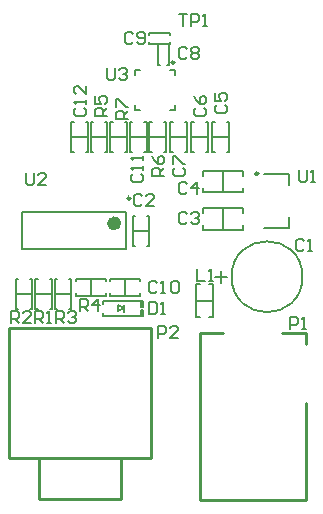
<source format=gto>
G04*
G04 #@! TF.GenerationSoftware,Altium Limited,Altium Designer,23.10.1 (27)*
G04*
G04 Layer_Color=65535*
%FSLAX25Y25*%
%MOIN*%
G70*
G04*
G04 #@! TF.SameCoordinates,6BE5E326-444D-4DDB-8984-30915AB2A72B*
G04*
G04*
G04 #@! TF.FilePolarity,Positive*
G04*
G01*
G75*
%ADD10C,0.02362*%
%ADD11C,0.00984*%
%ADD12C,0.00787*%
%ADD13C,0.00591*%
%ADD14C,0.01000*%
%ADD15C,0.00800*%
%ADD16R,0.00701X0.02000*%
%ADD17R,0.00787X0.01862*%
D10*
X39677Y73126D02*
G03*
X39677Y73126I-1181J0D01*
G01*
D11*
X43949Y81492D02*
G03*
X43949Y81492I-492J0D01*
G01*
X58595Y126752D02*
G03*
X58595Y126752I-492J0D01*
G01*
X86529Y89713D02*
G03*
X86529Y89713I-492J0D01*
G01*
D12*
X101293Y55331D02*
G03*
X101293Y55331I-11811J0D01*
G01*
X7787Y64465D02*
Y77063D01*
X42433Y64465D02*
Y77063D01*
X7787Y64465D02*
X42433D01*
X7787Y77063D02*
X42433D01*
X41898Y43583D02*
Y45945D01*
X39929Y43780D02*
Y44370D01*
Y43780D02*
X41898Y44764D01*
X39929Y45748D02*
X41898Y44764D01*
X39929Y44370D02*
Y45748D01*
X57020Y124193D02*
X58693D01*
Y122520D02*
Y124193D01*
Y110807D02*
Y112480D01*
X57020Y110807D02*
X58693D01*
X45307D02*
X46980D01*
X45307D02*
Y112480D01*
Y124193D02*
X46980D01*
X45307Y122520D02*
Y124193D01*
X96973Y71406D02*
Y75146D01*
X88596Y71406D02*
X96973D01*
Y85776D02*
Y89516D01*
X88596D02*
X96973D01*
X72226Y55331D02*
X76226D01*
X74226Y53331D02*
Y57331D01*
D13*
X5748Y49571D02*
X11260D01*
X5748Y44571D02*
X6504D01*
X5748D02*
Y54571D01*
X6504D01*
X10504D02*
X11260D01*
Y44571D02*
Y54571D01*
X10504Y44571D02*
X11260D01*
X17004D02*
X17760D01*
Y54571D01*
X17004D02*
X17760D01*
X12248D02*
X13004D01*
X12248Y44571D02*
Y54571D01*
Y44571D02*
X13004D01*
X12248Y49571D02*
X17760D01*
X18748Y54571D02*
X19504D01*
X18748Y44571D02*
Y54571D01*
Y44571D02*
X19504D01*
X23504D02*
X24260D01*
Y54571D01*
X23504D02*
X24260D01*
X18748Y49571D02*
X24260D01*
X30669Y49008D02*
Y54520D01*
X25669Y53764D02*
Y54520D01*
X35669D01*
Y53764D02*
Y54520D01*
Y49008D02*
Y49764D01*
X25669Y49008D02*
X35669D01*
X25669D02*
Y49764D01*
X37110Y49008D02*
Y49764D01*
Y49008D02*
X47110D01*
Y49764D01*
Y53764D02*
Y54520D01*
X37110D02*
X47110D01*
X37110Y53764D02*
Y54520D01*
X42110Y49008D02*
Y54520D01*
X34811Y46264D02*
Y47264D01*
X47610D01*
X47409Y45264D02*
Y47264D01*
Y45264D02*
X48110D01*
Y47264D01*
X47409D02*
X48110D01*
X47409Y42264D02*
X48110D01*
Y44264D01*
X47409D02*
X48110D01*
X47409Y42264D02*
Y44264D01*
X34811Y42264D02*
X47610D01*
X34811D02*
Y43264D01*
X50091Y132928D02*
Y133519D01*
Y132928D02*
X56980D01*
Y133519D01*
Y135881D02*
Y136472D01*
X50091D02*
X56980D01*
X50091Y135881D02*
Y136472D01*
X53189Y132905D02*
X53780D01*
X53189Y126016D02*
Y132905D01*
Y126016D02*
X53780D01*
X56142D02*
X56732D01*
Y132905D01*
X56142D02*
X56732D01*
X24244Y107000D02*
X25000D01*
X24244Y97000D02*
Y107000D01*
Y97000D02*
X25000D01*
X29000D02*
X29756D01*
Y107000D01*
X29000D02*
X29756D01*
X24244Y102000D02*
X29756D01*
X30744D02*
X36256D01*
X30744Y97000D02*
X31500D01*
X30744D02*
Y107000D01*
X31500D01*
X35500D02*
X36256D01*
Y97000D02*
Y107000D01*
X35500Y97000D02*
X36256D01*
X37244Y102000D02*
X42756D01*
X37244Y97000D02*
X38000D01*
X37244D02*
Y107000D01*
X38000D01*
X42000D02*
X42756D01*
Y97000D02*
Y107000D01*
X42000Y97000D02*
X42756D01*
X43831Y107000D02*
X44587D01*
X43831Y97000D02*
Y107000D01*
Y97000D02*
X44587D01*
X48587D02*
X49343D01*
Y107000D01*
X48587D02*
X49343D01*
X43831Y102000D02*
X49343D01*
X50228Y107000D02*
X50984D01*
X50228Y97000D02*
Y107000D01*
Y97000D02*
X50984D01*
X54984D02*
X55740D01*
Y107000D01*
X54984D02*
X55740D01*
X50228Y102000D02*
X55740D01*
X57244Y107000D02*
X58000D01*
X57244Y97000D02*
Y107000D01*
Y97000D02*
X58000D01*
X62000D02*
X62756D01*
Y107000D01*
X62000D02*
X62756D01*
X57244Y102000D02*
X62756D01*
X64244Y107000D02*
X65000D01*
X64244Y97000D02*
Y107000D01*
Y97000D02*
X65000D01*
X69000D02*
X69756D01*
Y107000D01*
X69000D02*
X69756D01*
X64244Y102000D02*
X69756D01*
X71244Y107000D02*
X72000D01*
X71244Y97000D02*
Y107000D01*
Y97000D02*
X72000D01*
X76000D02*
X76756D01*
Y107000D01*
X76000D02*
X76756D01*
X71244Y102000D02*
X76756D01*
X74715Y83417D02*
Y90504D01*
X81407Y88929D02*
Y90504D01*
X68022D02*
X81407D01*
X68022Y88929D02*
Y90504D01*
Y83417D02*
Y84992D01*
Y83417D02*
X81407D01*
Y84992D01*
X74715Y71012D02*
Y78098D01*
X81407Y76524D02*
Y78098D01*
X68022D02*
X81407D01*
X68022Y76524D02*
Y78098D01*
Y71012D02*
Y72587D01*
Y71012D02*
X81407D01*
Y72587D01*
X70136Y41819D02*
X71317D01*
Y52842D01*
X70136D02*
X71317D01*
X65805D02*
X66986D01*
X65805Y41819D02*
Y52842D01*
Y41819D02*
X66986D01*
X65805Y47331D02*
X71317D01*
X49504Y65571D02*
X50260D01*
Y75571D01*
X49504D02*
X50260D01*
X44748D02*
X45504D01*
X44748Y65571D02*
Y75571D01*
Y65571D02*
X45504D01*
X44748Y70571D02*
X50260D01*
D14*
X13386Y-18748D02*
Y-4968D01*
Y-18748D02*
X40945D01*
Y-4968D01*
X50787D01*
X3543D02*
X50787D01*
X3543D02*
Y38339D01*
X50787D01*
Y-4968D02*
Y38339D01*
X94602Y36720D02*
X102476D01*
Y32783D02*
Y36720D01*
Y-11311D02*
Y13098D01*
X67043Y36720D02*
X74917D01*
X67043Y-11311D02*
Y36720D01*
X84760Y-19185D02*
X102476D01*
Y-11311D01*
X67043Y-19185D02*
Y-11311D01*
Y-19185D02*
X84760D01*
D15*
X25668Y111666D02*
X25001Y110999D01*
Y109667D01*
X25668Y109000D01*
X28334D01*
X29000Y109667D01*
Y110999D01*
X28334Y111666D01*
X29000Y112999D02*
Y114332D01*
Y113665D01*
X25001D01*
X25668Y112999D01*
X29000Y118997D02*
Y116331D01*
X26334Y118997D01*
X25668D01*
X25001Y118330D01*
Y116997D01*
X25668Y116331D01*
X72668Y112666D02*
X72001Y111999D01*
Y110667D01*
X72668Y110000D01*
X75334D01*
X76000Y110667D01*
Y111999D01*
X75334Y112666D01*
X72001Y116665D02*
Y113999D01*
X74001D01*
X73334Y115332D01*
Y115998D01*
X74001Y116665D01*
X75334D01*
X76000Y115998D01*
Y114665D01*
X75334Y113999D01*
X36000Y124999D02*
Y121667D01*
X36666Y121000D01*
X37999D01*
X38666Y121667D01*
Y124999D01*
X39999Y124332D02*
X40665Y124999D01*
X41998D01*
X42665Y124332D01*
Y123666D01*
X41998Y122999D01*
X41332D01*
X41998D01*
X42665Y122333D01*
Y121667D01*
X41998Y121000D01*
X40665D01*
X39999Y121667D01*
X60000Y142999D02*
X62666D01*
X61333D01*
Y139000D01*
X63999D02*
Y142999D01*
X65998D01*
X66664Y142332D01*
Y140999D01*
X65998Y140333D01*
X63999D01*
X67997Y139000D02*
X69330D01*
X68664D01*
Y142999D01*
X67997Y142332D01*
X53000Y35000D02*
Y38999D01*
X54999D01*
X55666Y38332D01*
Y36999D01*
X54999Y36333D01*
X53000D01*
X59664Y35000D02*
X56999D01*
X59664Y37666D01*
Y38332D01*
X58998Y38999D01*
X57665D01*
X56999Y38332D01*
X44666Y136332D02*
X43999Y136999D01*
X42666D01*
X42000Y136332D01*
Y133667D01*
X42666Y133000D01*
X43999D01*
X44666Y133667D01*
X45999D02*
X46665Y133000D01*
X47998D01*
X48665Y133667D01*
Y136332D01*
X47998Y136999D01*
X46665D01*
X45999Y136332D01*
Y135666D01*
X46665Y134999D01*
X48665D01*
X62666Y131332D02*
X61999Y131999D01*
X60666D01*
X60000Y131332D01*
Y128666D01*
X60666Y128000D01*
X61999D01*
X62666Y128666D01*
X63999Y131332D02*
X64665Y131999D01*
X65998D01*
X66664Y131332D01*
Y130666D01*
X65998Y129999D01*
X66664Y129333D01*
Y128666D01*
X65998Y128000D01*
X64665D01*
X63999Y128666D01*
Y129333D01*
X64665Y129999D01*
X63999Y130666D01*
Y131332D01*
X64665Y129999D02*
X65998D01*
X9000Y89999D02*
Y86666D01*
X9667Y86000D01*
X10999D01*
X11666Y86666D01*
Y89999D01*
X15664Y86000D02*
X12999D01*
X15664Y88666D01*
Y89332D01*
X14998Y89999D01*
X13665D01*
X12999Y89332D01*
X100000Y90999D02*
Y87666D01*
X100666Y87000D01*
X101999D01*
X102666Y87666D01*
Y90999D01*
X103999Y87000D02*
X105332D01*
X104665D01*
Y90999D01*
X103999Y90332D01*
X19000Y40000D02*
Y43999D01*
X20999D01*
X21666Y43332D01*
Y41999D01*
X20999Y41333D01*
X19000D01*
X20333D02*
X21666Y40000D01*
X22999Y43332D02*
X23665Y43999D01*
X24998D01*
X25664Y43332D01*
Y42666D01*
X24998Y41999D01*
X24332D01*
X24998D01*
X25664Y41333D01*
Y40666D01*
X24998Y40000D01*
X23665D01*
X22999Y40666D01*
X4000Y40000D02*
Y43999D01*
X5999D01*
X6666Y43332D01*
Y41999D01*
X5999Y41333D01*
X4000D01*
X5333D02*
X6666Y40000D01*
X10665D02*
X7999D01*
X10665Y42666D01*
Y43332D01*
X9998Y43999D01*
X8665D01*
X7999Y43332D01*
X12000Y40000D02*
Y43999D01*
X13999D01*
X14666Y43332D01*
Y41999D01*
X13999Y41333D01*
X12000D01*
X13333D02*
X14666Y40000D01*
X15999D02*
X17332D01*
X16665D01*
Y43999D01*
X15999Y43332D01*
X27000Y44000D02*
Y47999D01*
X28999D01*
X29666Y47332D01*
Y45999D01*
X28999Y45333D01*
X27000D01*
X28333D02*
X29666Y44000D01*
X32998D02*
Y47999D01*
X30999Y45999D01*
X33665D01*
X43000Y108000D02*
X39001D01*
Y109999D01*
X39668Y110666D01*
X41001D01*
X41667Y109999D01*
Y108000D01*
Y109333D02*
X43000Y110666D01*
X39001Y111999D02*
Y114664D01*
X39668D01*
X42334Y111999D01*
X43000D01*
X55000Y89000D02*
X51001D01*
Y90999D01*
X51668Y91666D01*
X53001D01*
X53667Y90999D01*
Y89000D01*
Y90333D02*
X55000Y91666D01*
X51001Y95665D02*
X51668Y94332D01*
X53001Y92999D01*
X54334D01*
X55000Y93665D01*
Y94998D01*
X54334Y95665D01*
X53667D01*
X53001Y94998D01*
Y92999D01*
X36000Y109000D02*
X32001D01*
Y110999D01*
X32668Y111666D01*
X34001D01*
X34667Y110999D01*
Y109000D01*
Y110333D02*
X36000Y111666D01*
X32001Y115665D02*
Y112999D01*
X34001D01*
X33334Y114332D01*
Y114998D01*
X34001Y115665D01*
X35334D01*
X36000Y114998D01*
Y113665D01*
X35334Y112999D01*
X97000Y38000D02*
Y41999D01*
X98999D01*
X99666Y41332D01*
Y39999D01*
X98999Y39333D01*
X97000D01*
X100999Y38000D02*
X102332D01*
X101665D01*
Y41999D01*
X100999Y41332D01*
X66000Y57999D02*
Y54000D01*
X68666D01*
X69999D02*
X71332D01*
X70665D01*
Y57999D01*
X69999Y57332D01*
X50000Y46999D02*
Y43000D01*
X51999D01*
X52666Y43666D01*
Y46332D01*
X51999Y46999D01*
X50000D01*
X53999Y43000D02*
X55332D01*
X54665D01*
Y46999D01*
X53999Y46332D01*
X52666Y53332D02*
X51999Y53999D01*
X50666D01*
X50000Y53332D01*
Y50666D01*
X50666Y50000D01*
X51999D01*
X52666Y50666D01*
X53999Y50000D02*
X55332D01*
X54665D01*
Y53999D01*
X53999Y53332D01*
X57331D02*
X57997Y53999D01*
X59330D01*
X59997Y53332D01*
Y50666D01*
X59330Y50000D01*
X57997D01*
X57331Y50666D01*
Y53332D01*
X44668Y89666D02*
X44001Y88999D01*
Y87666D01*
X44668Y87000D01*
X47334D01*
X48000Y87666D01*
Y88999D01*
X47334Y89666D01*
X48000Y90999D02*
Y92332D01*
Y91665D01*
X44001D01*
X44668Y90999D01*
X48000Y94331D02*
Y95664D01*
Y94997D01*
X44001D01*
X44668Y94331D01*
X58668Y91666D02*
X58001Y90999D01*
Y89666D01*
X58668Y89000D01*
X61334D01*
X62000Y89666D01*
Y90999D01*
X61334Y91666D01*
X58001Y92999D02*
Y95665D01*
X58668D01*
X61334Y92999D01*
X62000D01*
X65668Y111666D02*
X65001Y110999D01*
Y109667D01*
X65668Y109000D01*
X68334D01*
X69000Y109667D01*
Y110999D01*
X68334Y111666D01*
X65001Y115665D02*
X65668Y114332D01*
X67001Y112999D01*
X68334D01*
X69000Y113665D01*
Y114998D01*
X68334Y115665D01*
X67667D01*
X67001Y114998D01*
Y112999D01*
X62666Y86332D02*
X61999Y86999D01*
X60666D01*
X60000Y86332D01*
Y83666D01*
X60666Y83000D01*
X61999D01*
X62666Y83666D01*
X65998Y83000D02*
Y86999D01*
X63999Y84999D01*
X66664D01*
X62666Y76332D02*
X61999Y76999D01*
X60666D01*
X60000Y76332D01*
Y73666D01*
X60666Y73000D01*
X61999D01*
X62666Y73666D01*
X63999Y76332D02*
X64665Y76999D01*
X65998D01*
X66664Y76332D01*
Y75666D01*
X65998Y74999D01*
X65332D01*
X65998D01*
X66664Y74333D01*
Y73666D01*
X65998Y73000D01*
X64665D01*
X63999Y73666D01*
X47872Y82125D02*
X47206Y82792D01*
X45873D01*
X45206Y82125D01*
Y79459D01*
X45873Y78793D01*
X47206D01*
X47872Y79459D01*
X51871Y78793D02*
X49205D01*
X51871Y81459D01*
Y82125D01*
X51204Y82792D01*
X49872D01*
X49205Y82125D01*
X101666Y67332D02*
X100999Y67999D01*
X99666D01*
X99000Y67332D01*
Y64666D01*
X99666Y64000D01*
X100999D01*
X101666Y64666D01*
X102999Y64000D02*
X104332D01*
X103665D01*
Y67999D01*
X102999Y67332D01*
D16*
X47760Y46264D02*
D03*
D17*
X47803Y43333D02*
D03*
M02*

</source>
